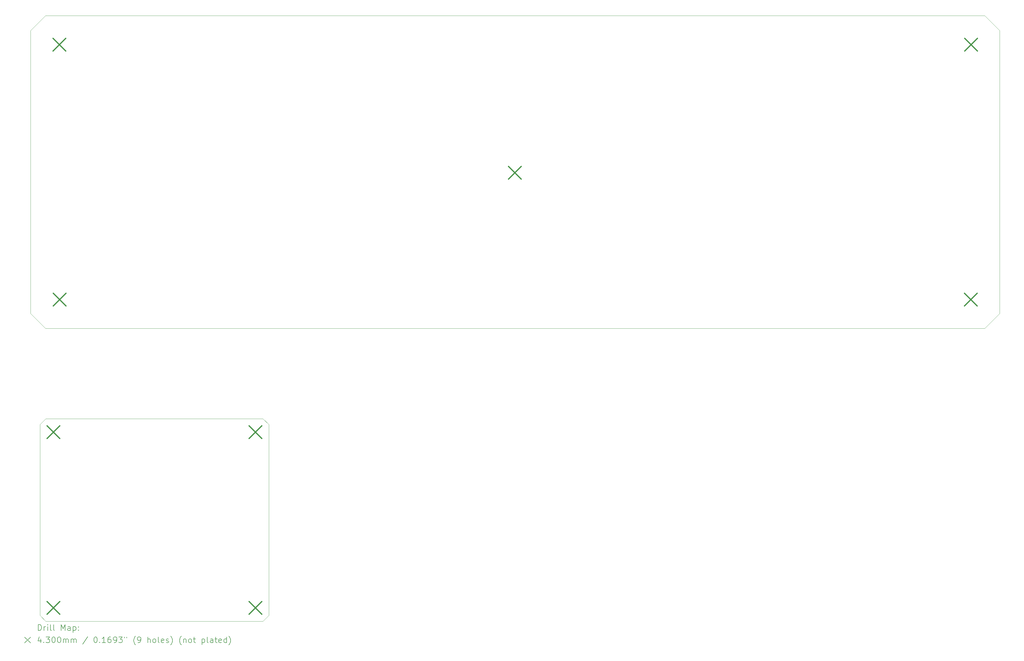
<source format=gbr>
%TF.GenerationSoftware,KiCad,Pcbnew,8.0.8-8.0.8-0~ubuntu24.04.1*%
%TF.CreationDate,2025-08-07T23:42:10-04:00*%
%TF.ProjectId,stencil,7374656e-6369-46c2-9e6b-696361645f70,rev?*%
%TF.SameCoordinates,Original*%
%TF.FileFunction,Drillmap*%
%TF.FilePolarity,Positive*%
%FSLAX45Y45*%
G04 Gerber Fmt 4.5, Leading zero omitted, Abs format (unit mm)*
G04 Created by KiCad (PCBNEW 8.0.8-8.0.8-0~ubuntu24.04.1) date 2025-08-07 23:42:10*
%MOMM*%
%LPD*%
G01*
G04 APERTURE LIST*
%ADD10C,0.050000*%
%ADD11C,0.200000*%
%ADD12C,0.430000*%
G04 APERTURE END LIST*
D10*
X11857900Y-17358200D02*
X11857900Y-23867000D01*
X4060100Y-17358200D02*
X4060100Y-23867000D01*
X11857900Y-17358200D02*
X11657900Y-17158200D01*
X4060100Y-17358200D02*
X4260100Y-17158200D01*
X4260100Y-24067000D02*
X11657900Y-24067000D01*
X11857900Y-23867000D02*
X11657900Y-24067000D01*
X4060100Y-23867000D02*
X4260100Y-24067000D01*
X4260100Y-17158200D02*
X11657900Y-17158200D01*
X36763960Y-13571600D02*
X36255960Y-14079600D01*
X3743960Y-3919600D02*
X4251960Y-3411600D01*
X3743960Y-3919600D02*
X3743960Y-13571600D01*
X3743960Y-13571600D02*
X4251960Y-14079600D01*
X36255960Y-3411600D02*
X36763960Y-3919600D01*
X36763960Y-3919600D02*
X36763960Y-13571600D01*
X4251960Y-3411600D02*
X36255960Y-3411600D01*
X4251960Y-14079600D02*
X36255960Y-14079600D01*
D11*
D12*
X4302300Y-17400400D02*
X4732300Y-17830400D01*
X4732300Y-17400400D02*
X4302300Y-17830400D01*
X4302300Y-23394800D02*
X4732300Y-23824800D01*
X4732300Y-23394800D02*
X4302300Y-23824800D01*
X4506860Y-4179200D02*
X4936860Y-4609200D01*
X4936860Y-4179200D02*
X4506860Y-4609200D01*
X4513210Y-12878700D02*
X4943210Y-13308700D01*
X4943210Y-12878700D02*
X4513210Y-13308700D01*
X11185700Y-17400400D02*
X11615700Y-17830400D01*
X11615700Y-17400400D02*
X11185700Y-17830400D01*
X11185700Y-23394800D02*
X11615700Y-23824800D01*
X11615700Y-23394800D02*
X11185700Y-23824800D01*
X20026260Y-8548000D02*
X20456260Y-8978000D01*
X20456260Y-8548000D02*
X20026260Y-8978000D01*
X35558360Y-12878700D02*
X35988360Y-13308700D01*
X35988360Y-12878700D02*
X35558360Y-13308700D01*
X35571060Y-4179200D02*
X36001060Y-4609200D01*
X36001060Y-4179200D02*
X35571060Y-4609200D01*
D11*
X4002237Y-24380984D02*
X4002237Y-24180984D01*
X4002237Y-24180984D02*
X4049856Y-24180984D01*
X4049856Y-24180984D02*
X4078427Y-24190508D01*
X4078427Y-24190508D02*
X4097475Y-24209555D01*
X4097475Y-24209555D02*
X4106999Y-24228603D01*
X4106999Y-24228603D02*
X4116522Y-24266698D01*
X4116522Y-24266698D02*
X4116522Y-24295269D01*
X4116522Y-24295269D02*
X4106999Y-24333365D01*
X4106999Y-24333365D02*
X4097475Y-24352412D01*
X4097475Y-24352412D02*
X4078427Y-24371460D01*
X4078427Y-24371460D02*
X4049856Y-24380984D01*
X4049856Y-24380984D02*
X4002237Y-24380984D01*
X4202237Y-24380984D02*
X4202237Y-24247650D01*
X4202237Y-24285746D02*
X4211761Y-24266698D01*
X4211761Y-24266698D02*
X4221284Y-24257174D01*
X4221284Y-24257174D02*
X4240332Y-24247650D01*
X4240332Y-24247650D02*
X4259380Y-24247650D01*
X4326046Y-24380984D02*
X4326046Y-24247650D01*
X4326046Y-24180984D02*
X4316523Y-24190508D01*
X4316523Y-24190508D02*
X4326046Y-24200031D01*
X4326046Y-24200031D02*
X4335570Y-24190508D01*
X4335570Y-24190508D02*
X4326046Y-24180984D01*
X4326046Y-24180984D02*
X4326046Y-24200031D01*
X4449856Y-24380984D02*
X4430808Y-24371460D01*
X4430808Y-24371460D02*
X4421284Y-24352412D01*
X4421284Y-24352412D02*
X4421284Y-24180984D01*
X4554618Y-24380984D02*
X4535570Y-24371460D01*
X4535570Y-24371460D02*
X4526046Y-24352412D01*
X4526046Y-24352412D02*
X4526046Y-24180984D01*
X4783189Y-24380984D02*
X4783189Y-24180984D01*
X4783189Y-24180984D02*
X4849856Y-24323841D01*
X4849856Y-24323841D02*
X4916523Y-24180984D01*
X4916523Y-24180984D02*
X4916523Y-24380984D01*
X5097475Y-24380984D02*
X5097475Y-24276222D01*
X5097475Y-24276222D02*
X5087951Y-24257174D01*
X5087951Y-24257174D02*
X5068904Y-24247650D01*
X5068904Y-24247650D02*
X5030808Y-24247650D01*
X5030808Y-24247650D02*
X5011761Y-24257174D01*
X5097475Y-24371460D02*
X5078427Y-24380984D01*
X5078427Y-24380984D02*
X5030808Y-24380984D01*
X5030808Y-24380984D02*
X5011761Y-24371460D01*
X5011761Y-24371460D02*
X5002237Y-24352412D01*
X5002237Y-24352412D02*
X5002237Y-24333365D01*
X5002237Y-24333365D02*
X5011761Y-24314317D01*
X5011761Y-24314317D02*
X5030808Y-24304793D01*
X5030808Y-24304793D02*
X5078427Y-24304793D01*
X5078427Y-24304793D02*
X5097475Y-24295269D01*
X5192713Y-24247650D02*
X5192713Y-24447650D01*
X5192713Y-24257174D02*
X5211761Y-24247650D01*
X5211761Y-24247650D02*
X5249856Y-24247650D01*
X5249856Y-24247650D02*
X5268904Y-24257174D01*
X5268904Y-24257174D02*
X5278427Y-24266698D01*
X5278427Y-24266698D02*
X5287951Y-24285746D01*
X5287951Y-24285746D02*
X5287951Y-24342888D01*
X5287951Y-24342888D02*
X5278427Y-24361936D01*
X5278427Y-24361936D02*
X5268904Y-24371460D01*
X5268904Y-24371460D02*
X5249856Y-24380984D01*
X5249856Y-24380984D02*
X5211761Y-24380984D01*
X5211761Y-24380984D02*
X5192713Y-24371460D01*
X5373665Y-24361936D02*
X5383189Y-24371460D01*
X5383189Y-24371460D02*
X5373665Y-24380984D01*
X5373665Y-24380984D02*
X5364142Y-24371460D01*
X5364142Y-24371460D02*
X5373665Y-24361936D01*
X5373665Y-24361936D02*
X5373665Y-24380984D01*
X5373665Y-24257174D02*
X5383189Y-24266698D01*
X5383189Y-24266698D02*
X5373665Y-24276222D01*
X5373665Y-24276222D02*
X5364142Y-24266698D01*
X5364142Y-24266698D02*
X5373665Y-24257174D01*
X5373665Y-24257174D02*
X5373665Y-24276222D01*
X3541460Y-24609500D02*
X3741460Y-24809500D01*
X3741460Y-24609500D02*
X3541460Y-24809500D01*
X4087951Y-24667650D02*
X4087951Y-24800984D01*
X4040332Y-24591460D02*
X3992713Y-24734317D01*
X3992713Y-24734317D02*
X4116522Y-24734317D01*
X4192713Y-24781936D02*
X4202237Y-24791460D01*
X4202237Y-24791460D02*
X4192713Y-24800984D01*
X4192713Y-24800984D02*
X4183189Y-24791460D01*
X4183189Y-24791460D02*
X4192713Y-24781936D01*
X4192713Y-24781936D02*
X4192713Y-24800984D01*
X4268904Y-24600984D02*
X4392713Y-24600984D01*
X4392713Y-24600984D02*
X4326046Y-24677174D01*
X4326046Y-24677174D02*
X4354618Y-24677174D01*
X4354618Y-24677174D02*
X4373665Y-24686698D01*
X4373665Y-24686698D02*
X4383189Y-24696222D01*
X4383189Y-24696222D02*
X4392713Y-24715269D01*
X4392713Y-24715269D02*
X4392713Y-24762888D01*
X4392713Y-24762888D02*
X4383189Y-24781936D01*
X4383189Y-24781936D02*
X4373665Y-24791460D01*
X4373665Y-24791460D02*
X4354618Y-24800984D01*
X4354618Y-24800984D02*
X4297475Y-24800984D01*
X4297475Y-24800984D02*
X4278427Y-24791460D01*
X4278427Y-24791460D02*
X4268904Y-24781936D01*
X4516523Y-24600984D02*
X4535570Y-24600984D01*
X4535570Y-24600984D02*
X4554618Y-24610508D01*
X4554618Y-24610508D02*
X4564142Y-24620031D01*
X4564142Y-24620031D02*
X4573665Y-24639079D01*
X4573665Y-24639079D02*
X4583189Y-24677174D01*
X4583189Y-24677174D02*
X4583189Y-24724793D01*
X4583189Y-24724793D02*
X4573665Y-24762888D01*
X4573665Y-24762888D02*
X4564142Y-24781936D01*
X4564142Y-24781936D02*
X4554618Y-24791460D01*
X4554618Y-24791460D02*
X4535570Y-24800984D01*
X4535570Y-24800984D02*
X4516523Y-24800984D01*
X4516523Y-24800984D02*
X4497475Y-24791460D01*
X4497475Y-24791460D02*
X4487951Y-24781936D01*
X4487951Y-24781936D02*
X4478427Y-24762888D01*
X4478427Y-24762888D02*
X4468904Y-24724793D01*
X4468904Y-24724793D02*
X4468904Y-24677174D01*
X4468904Y-24677174D02*
X4478427Y-24639079D01*
X4478427Y-24639079D02*
X4487951Y-24620031D01*
X4487951Y-24620031D02*
X4497475Y-24610508D01*
X4497475Y-24610508D02*
X4516523Y-24600984D01*
X4706999Y-24600984D02*
X4726046Y-24600984D01*
X4726046Y-24600984D02*
X4745094Y-24610508D01*
X4745094Y-24610508D02*
X4754618Y-24620031D01*
X4754618Y-24620031D02*
X4764142Y-24639079D01*
X4764142Y-24639079D02*
X4773665Y-24677174D01*
X4773665Y-24677174D02*
X4773665Y-24724793D01*
X4773665Y-24724793D02*
X4764142Y-24762888D01*
X4764142Y-24762888D02*
X4754618Y-24781936D01*
X4754618Y-24781936D02*
X4745094Y-24791460D01*
X4745094Y-24791460D02*
X4726046Y-24800984D01*
X4726046Y-24800984D02*
X4706999Y-24800984D01*
X4706999Y-24800984D02*
X4687951Y-24791460D01*
X4687951Y-24791460D02*
X4678427Y-24781936D01*
X4678427Y-24781936D02*
X4668904Y-24762888D01*
X4668904Y-24762888D02*
X4659380Y-24724793D01*
X4659380Y-24724793D02*
X4659380Y-24677174D01*
X4659380Y-24677174D02*
X4668904Y-24639079D01*
X4668904Y-24639079D02*
X4678427Y-24620031D01*
X4678427Y-24620031D02*
X4687951Y-24610508D01*
X4687951Y-24610508D02*
X4706999Y-24600984D01*
X4859380Y-24800984D02*
X4859380Y-24667650D01*
X4859380Y-24686698D02*
X4868904Y-24677174D01*
X4868904Y-24677174D02*
X4887951Y-24667650D01*
X4887951Y-24667650D02*
X4916523Y-24667650D01*
X4916523Y-24667650D02*
X4935570Y-24677174D01*
X4935570Y-24677174D02*
X4945094Y-24696222D01*
X4945094Y-24696222D02*
X4945094Y-24800984D01*
X4945094Y-24696222D02*
X4954618Y-24677174D01*
X4954618Y-24677174D02*
X4973665Y-24667650D01*
X4973665Y-24667650D02*
X5002237Y-24667650D01*
X5002237Y-24667650D02*
X5021285Y-24677174D01*
X5021285Y-24677174D02*
X5030808Y-24696222D01*
X5030808Y-24696222D02*
X5030808Y-24800984D01*
X5126046Y-24800984D02*
X5126046Y-24667650D01*
X5126046Y-24686698D02*
X5135570Y-24677174D01*
X5135570Y-24677174D02*
X5154618Y-24667650D01*
X5154618Y-24667650D02*
X5183189Y-24667650D01*
X5183189Y-24667650D02*
X5202237Y-24677174D01*
X5202237Y-24677174D02*
X5211761Y-24696222D01*
X5211761Y-24696222D02*
X5211761Y-24800984D01*
X5211761Y-24696222D02*
X5221285Y-24677174D01*
X5221285Y-24677174D02*
X5240332Y-24667650D01*
X5240332Y-24667650D02*
X5268904Y-24667650D01*
X5268904Y-24667650D02*
X5287951Y-24677174D01*
X5287951Y-24677174D02*
X5297475Y-24696222D01*
X5297475Y-24696222D02*
X5297475Y-24800984D01*
X5687951Y-24591460D02*
X5516523Y-24848603D01*
X5945094Y-24600984D02*
X5964142Y-24600984D01*
X5964142Y-24600984D02*
X5983189Y-24610508D01*
X5983189Y-24610508D02*
X5992713Y-24620031D01*
X5992713Y-24620031D02*
X6002237Y-24639079D01*
X6002237Y-24639079D02*
X6011761Y-24677174D01*
X6011761Y-24677174D02*
X6011761Y-24724793D01*
X6011761Y-24724793D02*
X6002237Y-24762888D01*
X6002237Y-24762888D02*
X5992713Y-24781936D01*
X5992713Y-24781936D02*
X5983189Y-24791460D01*
X5983189Y-24791460D02*
X5964142Y-24800984D01*
X5964142Y-24800984D02*
X5945094Y-24800984D01*
X5945094Y-24800984D02*
X5926046Y-24791460D01*
X5926046Y-24791460D02*
X5916523Y-24781936D01*
X5916523Y-24781936D02*
X5906999Y-24762888D01*
X5906999Y-24762888D02*
X5897475Y-24724793D01*
X5897475Y-24724793D02*
X5897475Y-24677174D01*
X5897475Y-24677174D02*
X5906999Y-24639079D01*
X5906999Y-24639079D02*
X5916523Y-24620031D01*
X5916523Y-24620031D02*
X5926046Y-24610508D01*
X5926046Y-24610508D02*
X5945094Y-24600984D01*
X6097475Y-24781936D02*
X6106999Y-24791460D01*
X6106999Y-24791460D02*
X6097475Y-24800984D01*
X6097475Y-24800984D02*
X6087951Y-24791460D01*
X6087951Y-24791460D02*
X6097475Y-24781936D01*
X6097475Y-24781936D02*
X6097475Y-24800984D01*
X6297475Y-24800984D02*
X6183189Y-24800984D01*
X6240332Y-24800984D02*
X6240332Y-24600984D01*
X6240332Y-24600984D02*
X6221285Y-24629555D01*
X6221285Y-24629555D02*
X6202237Y-24648603D01*
X6202237Y-24648603D02*
X6183189Y-24658127D01*
X6468904Y-24600984D02*
X6430808Y-24600984D01*
X6430808Y-24600984D02*
X6411761Y-24610508D01*
X6411761Y-24610508D02*
X6402237Y-24620031D01*
X6402237Y-24620031D02*
X6383189Y-24648603D01*
X6383189Y-24648603D02*
X6373666Y-24686698D01*
X6373666Y-24686698D02*
X6373666Y-24762888D01*
X6373666Y-24762888D02*
X6383189Y-24781936D01*
X6383189Y-24781936D02*
X6392713Y-24791460D01*
X6392713Y-24791460D02*
X6411761Y-24800984D01*
X6411761Y-24800984D02*
X6449856Y-24800984D01*
X6449856Y-24800984D02*
X6468904Y-24791460D01*
X6468904Y-24791460D02*
X6478427Y-24781936D01*
X6478427Y-24781936D02*
X6487951Y-24762888D01*
X6487951Y-24762888D02*
X6487951Y-24715269D01*
X6487951Y-24715269D02*
X6478427Y-24696222D01*
X6478427Y-24696222D02*
X6468904Y-24686698D01*
X6468904Y-24686698D02*
X6449856Y-24677174D01*
X6449856Y-24677174D02*
X6411761Y-24677174D01*
X6411761Y-24677174D02*
X6392713Y-24686698D01*
X6392713Y-24686698D02*
X6383189Y-24696222D01*
X6383189Y-24696222D02*
X6373666Y-24715269D01*
X6583189Y-24800984D02*
X6621285Y-24800984D01*
X6621285Y-24800984D02*
X6640332Y-24791460D01*
X6640332Y-24791460D02*
X6649856Y-24781936D01*
X6649856Y-24781936D02*
X6668904Y-24753365D01*
X6668904Y-24753365D02*
X6678427Y-24715269D01*
X6678427Y-24715269D02*
X6678427Y-24639079D01*
X6678427Y-24639079D02*
X6668904Y-24620031D01*
X6668904Y-24620031D02*
X6659380Y-24610508D01*
X6659380Y-24610508D02*
X6640332Y-24600984D01*
X6640332Y-24600984D02*
X6602237Y-24600984D01*
X6602237Y-24600984D02*
X6583189Y-24610508D01*
X6583189Y-24610508D02*
X6573666Y-24620031D01*
X6573666Y-24620031D02*
X6564142Y-24639079D01*
X6564142Y-24639079D02*
X6564142Y-24686698D01*
X6564142Y-24686698D02*
X6573666Y-24705746D01*
X6573666Y-24705746D02*
X6583189Y-24715269D01*
X6583189Y-24715269D02*
X6602237Y-24724793D01*
X6602237Y-24724793D02*
X6640332Y-24724793D01*
X6640332Y-24724793D02*
X6659380Y-24715269D01*
X6659380Y-24715269D02*
X6668904Y-24705746D01*
X6668904Y-24705746D02*
X6678427Y-24686698D01*
X6745094Y-24600984D02*
X6868904Y-24600984D01*
X6868904Y-24600984D02*
X6802237Y-24677174D01*
X6802237Y-24677174D02*
X6830808Y-24677174D01*
X6830808Y-24677174D02*
X6849856Y-24686698D01*
X6849856Y-24686698D02*
X6859380Y-24696222D01*
X6859380Y-24696222D02*
X6868904Y-24715269D01*
X6868904Y-24715269D02*
X6868904Y-24762888D01*
X6868904Y-24762888D02*
X6859380Y-24781936D01*
X6859380Y-24781936D02*
X6849856Y-24791460D01*
X6849856Y-24791460D02*
X6830808Y-24800984D01*
X6830808Y-24800984D02*
X6773666Y-24800984D01*
X6773666Y-24800984D02*
X6754618Y-24791460D01*
X6754618Y-24791460D02*
X6745094Y-24781936D01*
X6945094Y-24600984D02*
X6945094Y-24639079D01*
X7021285Y-24600984D02*
X7021285Y-24639079D01*
X7316523Y-24877174D02*
X7306999Y-24867650D01*
X7306999Y-24867650D02*
X7287951Y-24839079D01*
X7287951Y-24839079D02*
X7278428Y-24820031D01*
X7278428Y-24820031D02*
X7268904Y-24791460D01*
X7268904Y-24791460D02*
X7259380Y-24743841D01*
X7259380Y-24743841D02*
X7259380Y-24705746D01*
X7259380Y-24705746D02*
X7268904Y-24658127D01*
X7268904Y-24658127D02*
X7278428Y-24629555D01*
X7278428Y-24629555D02*
X7287951Y-24610508D01*
X7287951Y-24610508D02*
X7306999Y-24581936D01*
X7306999Y-24581936D02*
X7316523Y-24572412D01*
X7402237Y-24800984D02*
X7440332Y-24800984D01*
X7440332Y-24800984D02*
X7459380Y-24791460D01*
X7459380Y-24791460D02*
X7468904Y-24781936D01*
X7468904Y-24781936D02*
X7487951Y-24753365D01*
X7487951Y-24753365D02*
X7497475Y-24715269D01*
X7497475Y-24715269D02*
X7497475Y-24639079D01*
X7497475Y-24639079D02*
X7487951Y-24620031D01*
X7487951Y-24620031D02*
X7478428Y-24610508D01*
X7478428Y-24610508D02*
X7459380Y-24600984D01*
X7459380Y-24600984D02*
X7421285Y-24600984D01*
X7421285Y-24600984D02*
X7402237Y-24610508D01*
X7402237Y-24610508D02*
X7392713Y-24620031D01*
X7392713Y-24620031D02*
X7383189Y-24639079D01*
X7383189Y-24639079D02*
X7383189Y-24686698D01*
X7383189Y-24686698D02*
X7392713Y-24705746D01*
X7392713Y-24705746D02*
X7402237Y-24715269D01*
X7402237Y-24715269D02*
X7421285Y-24724793D01*
X7421285Y-24724793D02*
X7459380Y-24724793D01*
X7459380Y-24724793D02*
X7478428Y-24715269D01*
X7478428Y-24715269D02*
X7487951Y-24705746D01*
X7487951Y-24705746D02*
X7497475Y-24686698D01*
X7735570Y-24800984D02*
X7735570Y-24600984D01*
X7821285Y-24800984D02*
X7821285Y-24696222D01*
X7821285Y-24696222D02*
X7811761Y-24677174D01*
X7811761Y-24677174D02*
X7792713Y-24667650D01*
X7792713Y-24667650D02*
X7764142Y-24667650D01*
X7764142Y-24667650D02*
X7745094Y-24677174D01*
X7745094Y-24677174D02*
X7735570Y-24686698D01*
X7945094Y-24800984D02*
X7926047Y-24791460D01*
X7926047Y-24791460D02*
X7916523Y-24781936D01*
X7916523Y-24781936D02*
X7906999Y-24762888D01*
X7906999Y-24762888D02*
X7906999Y-24705746D01*
X7906999Y-24705746D02*
X7916523Y-24686698D01*
X7916523Y-24686698D02*
X7926047Y-24677174D01*
X7926047Y-24677174D02*
X7945094Y-24667650D01*
X7945094Y-24667650D02*
X7973666Y-24667650D01*
X7973666Y-24667650D02*
X7992713Y-24677174D01*
X7992713Y-24677174D02*
X8002237Y-24686698D01*
X8002237Y-24686698D02*
X8011761Y-24705746D01*
X8011761Y-24705746D02*
X8011761Y-24762888D01*
X8011761Y-24762888D02*
X8002237Y-24781936D01*
X8002237Y-24781936D02*
X7992713Y-24791460D01*
X7992713Y-24791460D02*
X7973666Y-24800984D01*
X7973666Y-24800984D02*
X7945094Y-24800984D01*
X8126047Y-24800984D02*
X8106999Y-24791460D01*
X8106999Y-24791460D02*
X8097475Y-24772412D01*
X8097475Y-24772412D02*
X8097475Y-24600984D01*
X8278428Y-24791460D02*
X8259380Y-24800984D01*
X8259380Y-24800984D02*
X8221285Y-24800984D01*
X8221285Y-24800984D02*
X8202237Y-24791460D01*
X8202237Y-24791460D02*
X8192713Y-24772412D01*
X8192713Y-24772412D02*
X8192713Y-24696222D01*
X8192713Y-24696222D02*
X8202237Y-24677174D01*
X8202237Y-24677174D02*
X8221285Y-24667650D01*
X8221285Y-24667650D02*
X8259380Y-24667650D01*
X8259380Y-24667650D02*
X8278428Y-24677174D01*
X8278428Y-24677174D02*
X8287951Y-24696222D01*
X8287951Y-24696222D02*
X8287951Y-24715269D01*
X8287951Y-24715269D02*
X8192713Y-24734317D01*
X8364142Y-24791460D02*
X8383190Y-24800984D01*
X8383190Y-24800984D02*
X8421285Y-24800984D01*
X8421285Y-24800984D02*
X8440333Y-24791460D01*
X8440333Y-24791460D02*
X8449856Y-24772412D01*
X8449856Y-24772412D02*
X8449856Y-24762888D01*
X8449856Y-24762888D02*
X8440333Y-24743841D01*
X8440333Y-24743841D02*
X8421285Y-24734317D01*
X8421285Y-24734317D02*
X8392713Y-24734317D01*
X8392713Y-24734317D02*
X8373666Y-24724793D01*
X8373666Y-24724793D02*
X8364142Y-24705746D01*
X8364142Y-24705746D02*
X8364142Y-24696222D01*
X8364142Y-24696222D02*
X8373666Y-24677174D01*
X8373666Y-24677174D02*
X8392713Y-24667650D01*
X8392713Y-24667650D02*
X8421285Y-24667650D01*
X8421285Y-24667650D02*
X8440333Y-24677174D01*
X8516523Y-24877174D02*
X8526047Y-24867650D01*
X8526047Y-24867650D02*
X8545094Y-24839079D01*
X8545094Y-24839079D02*
X8554618Y-24820031D01*
X8554618Y-24820031D02*
X8564142Y-24791460D01*
X8564142Y-24791460D02*
X8573666Y-24743841D01*
X8573666Y-24743841D02*
X8573666Y-24705746D01*
X8573666Y-24705746D02*
X8564142Y-24658127D01*
X8564142Y-24658127D02*
X8554618Y-24629555D01*
X8554618Y-24629555D02*
X8545094Y-24610508D01*
X8545094Y-24610508D02*
X8526047Y-24581936D01*
X8526047Y-24581936D02*
X8516523Y-24572412D01*
X8878428Y-24877174D02*
X8868904Y-24867650D01*
X8868904Y-24867650D02*
X8849856Y-24839079D01*
X8849856Y-24839079D02*
X8840333Y-24820031D01*
X8840333Y-24820031D02*
X8830809Y-24791460D01*
X8830809Y-24791460D02*
X8821285Y-24743841D01*
X8821285Y-24743841D02*
X8821285Y-24705746D01*
X8821285Y-24705746D02*
X8830809Y-24658127D01*
X8830809Y-24658127D02*
X8840333Y-24629555D01*
X8840333Y-24629555D02*
X8849856Y-24610508D01*
X8849856Y-24610508D02*
X8868904Y-24581936D01*
X8868904Y-24581936D02*
X8878428Y-24572412D01*
X8954618Y-24667650D02*
X8954618Y-24800984D01*
X8954618Y-24686698D02*
X8964142Y-24677174D01*
X8964142Y-24677174D02*
X8983190Y-24667650D01*
X8983190Y-24667650D02*
X9011761Y-24667650D01*
X9011761Y-24667650D02*
X9030809Y-24677174D01*
X9030809Y-24677174D02*
X9040333Y-24696222D01*
X9040333Y-24696222D02*
X9040333Y-24800984D01*
X9164142Y-24800984D02*
X9145094Y-24791460D01*
X9145094Y-24791460D02*
X9135571Y-24781936D01*
X9135571Y-24781936D02*
X9126047Y-24762888D01*
X9126047Y-24762888D02*
X9126047Y-24705746D01*
X9126047Y-24705746D02*
X9135571Y-24686698D01*
X9135571Y-24686698D02*
X9145094Y-24677174D01*
X9145094Y-24677174D02*
X9164142Y-24667650D01*
X9164142Y-24667650D02*
X9192714Y-24667650D01*
X9192714Y-24667650D02*
X9211761Y-24677174D01*
X9211761Y-24677174D02*
X9221285Y-24686698D01*
X9221285Y-24686698D02*
X9230809Y-24705746D01*
X9230809Y-24705746D02*
X9230809Y-24762888D01*
X9230809Y-24762888D02*
X9221285Y-24781936D01*
X9221285Y-24781936D02*
X9211761Y-24791460D01*
X9211761Y-24791460D02*
X9192714Y-24800984D01*
X9192714Y-24800984D02*
X9164142Y-24800984D01*
X9287952Y-24667650D02*
X9364142Y-24667650D01*
X9316523Y-24600984D02*
X9316523Y-24772412D01*
X9316523Y-24772412D02*
X9326047Y-24791460D01*
X9326047Y-24791460D02*
X9345094Y-24800984D01*
X9345094Y-24800984D02*
X9364142Y-24800984D01*
X9583190Y-24667650D02*
X9583190Y-24867650D01*
X9583190Y-24677174D02*
X9602237Y-24667650D01*
X9602237Y-24667650D02*
X9640333Y-24667650D01*
X9640333Y-24667650D02*
X9659380Y-24677174D01*
X9659380Y-24677174D02*
X9668904Y-24686698D01*
X9668904Y-24686698D02*
X9678428Y-24705746D01*
X9678428Y-24705746D02*
X9678428Y-24762888D01*
X9678428Y-24762888D02*
X9668904Y-24781936D01*
X9668904Y-24781936D02*
X9659380Y-24791460D01*
X9659380Y-24791460D02*
X9640333Y-24800984D01*
X9640333Y-24800984D02*
X9602237Y-24800984D01*
X9602237Y-24800984D02*
X9583190Y-24791460D01*
X9792714Y-24800984D02*
X9773666Y-24791460D01*
X9773666Y-24791460D02*
X9764142Y-24772412D01*
X9764142Y-24772412D02*
X9764142Y-24600984D01*
X9954618Y-24800984D02*
X9954618Y-24696222D01*
X9954618Y-24696222D02*
X9945095Y-24677174D01*
X9945095Y-24677174D02*
X9926047Y-24667650D01*
X9926047Y-24667650D02*
X9887952Y-24667650D01*
X9887952Y-24667650D02*
X9868904Y-24677174D01*
X9954618Y-24791460D02*
X9935571Y-24800984D01*
X9935571Y-24800984D02*
X9887952Y-24800984D01*
X9887952Y-24800984D02*
X9868904Y-24791460D01*
X9868904Y-24791460D02*
X9859380Y-24772412D01*
X9859380Y-24772412D02*
X9859380Y-24753365D01*
X9859380Y-24753365D02*
X9868904Y-24734317D01*
X9868904Y-24734317D02*
X9887952Y-24724793D01*
X9887952Y-24724793D02*
X9935571Y-24724793D01*
X9935571Y-24724793D02*
X9954618Y-24715269D01*
X10021285Y-24667650D02*
X10097475Y-24667650D01*
X10049856Y-24600984D02*
X10049856Y-24772412D01*
X10049856Y-24772412D02*
X10059380Y-24791460D01*
X10059380Y-24791460D02*
X10078428Y-24800984D01*
X10078428Y-24800984D02*
X10097475Y-24800984D01*
X10240333Y-24791460D02*
X10221285Y-24800984D01*
X10221285Y-24800984D02*
X10183190Y-24800984D01*
X10183190Y-24800984D02*
X10164142Y-24791460D01*
X10164142Y-24791460D02*
X10154618Y-24772412D01*
X10154618Y-24772412D02*
X10154618Y-24696222D01*
X10154618Y-24696222D02*
X10164142Y-24677174D01*
X10164142Y-24677174D02*
X10183190Y-24667650D01*
X10183190Y-24667650D02*
X10221285Y-24667650D01*
X10221285Y-24667650D02*
X10240333Y-24677174D01*
X10240333Y-24677174D02*
X10249856Y-24696222D01*
X10249856Y-24696222D02*
X10249856Y-24715269D01*
X10249856Y-24715269D02*
X10154618Y-24734317D01*
X10421285Y-24800984D02*
X10421285Y-24600984D01*
X10421285Y-24791460D02*
X10402237Y-24800984D01*
X10402237Y-24800984D02*
X10364142Y-24800984D01*
X10364142Y-24800984D02*
X10345095Y-24791460D01*
X10345095Y-24791460D02*
X10335571Y-24781936D01*
X10335571Y-24781936D02*
X10326047Y-24762888D01*
X10326047Y-24762888D02*
X10326047Y-24705746D01*
X10326047Y-24705746D02*
X10335571Y-24686698D01*
X10335571Y-24686698D02*
X10345095Y-24677174D01*
X10345095Y-24677174D02*
X10364142Y-24667650D01*
X10364142Y-24667650D02*
X10402237Y-24667650D01*
X10402237Y-24667650D02*
X10421285Y-24677174D01*
X10497476Y-24877174D02*
X10506999Y-24867650D01*
X10506999Y-24867650D02*
X10526047Y-24839079D01*
X10526047Y-24839079D02*
X10535571Y-24820031D01*
X10535571Y-24820031D02*
X10545095Y-24791460D01*
X10545095Y-24791460D02*
X10554618Y-24743841D01*
X10554618Y-24743841D02*
X10554618Y-24705746D01*
X10554618Y-24705746D02*
X10545095Y-24658127D01*
X10545095Y-24658127D02*
X10535571Y-24629555D01*
X10535571Y-24629555D02*
X10526047Y-24610508D01*
X10526047Y-24610508D02*
X10506999Y-24581936D01*
X10506999Y-24581936D02*
X10497476Y-24572412D01*
M02*

</source>
